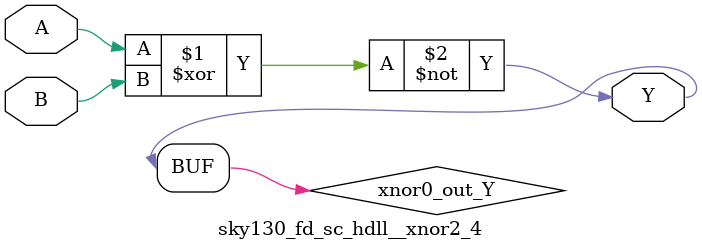
<source format=v>
/*
 * Copyright 2020 The SkyWater PDK Authors
 *
 * Licensed under the Apache License, Version 2.0 (the "License");
 * you may not use this file except in compliance with the License.
 * You may obtain a copy of the License at
 *
 *     https://www.apache.org/licenses/LICENSE-2.0
 *
 * Unless required by applicable law or agreed to in writing, software
 * distributed under the License is distributed on an "AS IS" BASIS,
 * WITHOUT WARRANTIES OR CONDITIONS OF ANY KIND, either express or implied.
 * See the License for the specific language governing permissions and
 * limitations under the License.
 *
 * SPDX-License-Identifier: Apache-2.0
*/


`ifndef SKY130_FD_SC_HDLL__XNOR2_4_FUNCTIONAL_V
`define SKY130_FD_SC_HDLL__XNOR2_4_FUNCTIONAL_V

/**
 * xnor2: 2-input exclusive NOR.
 *
 *        Y = !(A ^ B)
 *
 * Verilog simulation functional model.
 */

`timescale 1ns / 1ps
`default_nettype none

`celldefine
module sky130_fd_sc_hdll__xnor2_4 (
    Y,
    A,
    B
);

    // Module ports
    output Y;
    input  A;
    input  B;

    // Local signals
    wire xnor0_out_Y;

    //   Name   Output       Other arguments
    xnor xnor0 (xnor0_out_Y, A, B           );
    buf  buf0  (Y          , xnor0_out_Y    );

endmodule
`endcelldefine

`default_nettype wire
`endif  // SKY130_FD_SC_HDLL__XNOR2_4_FUNCTIONAL_V

</source>
